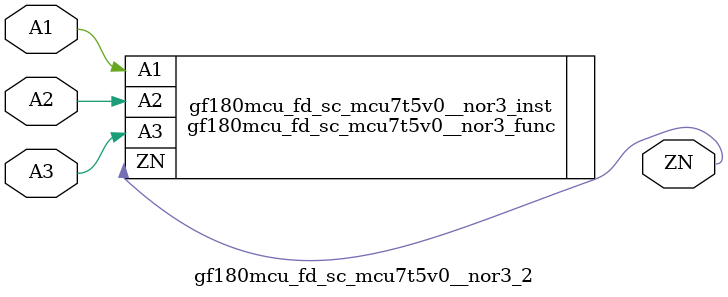
<source format=v>

`ifndef GF180MCU_FD_SC_MCU7T5V0__NOR3_2_V
`define GF180MCU_FD_SC_MCU7T5V0__NOR3_2_V

`include gf180mcu_fd_sc_mcu7t5v0__nor3.v

`ifdef USE_POWER_PINS
module gf180mcu_fd_sc_mcu7t5v0__nor3_2( ZN, A3, A2, A1, VDD, VSS );
inout VDD, VSS;
`else // If not USE_POWER_PINS
module gf180mcu_fd_sc_mcu7t5v0__nor3_2( ZN, A3, A2, A1 );
`endif // If not USE_POWER_PINS
input A1, A2, A3;
output ZN;

`ifdef USE_POWER_PINS
  gf180mcu_fd_sc_mcu7t5v0__nor3_func gf180mcu_fd_sc_mcu7t5v0__nor3_inst(.ZN(ZN),.A3(A3),.A2(A2),.A1(A1),.VDD(VDD),.VSS(VSS));
`else // If not USE_POWER_PINS
  gf180mcu_fd_sc_mcu7t5v0__nor3_func gf180mcu_fd_sc_mcu7t5v0__nor3_inst(.ZN(ZN),.A3(A3),.A2(A2),.A1(A1));
`endif // If not USE_POWER_PINS

`ifndef FUNCTIONAL
	// spec_gates_begin


	// spec_gates_end



   specify

	// specify_block_begin

	// comb arc A1 --> ZN
	 (A1 => ZN) = (1.0,1.0);

	// comb arc A2 --> ZN
	 (A2 => ZN) = (1.0,1.0);

	// comb arc A3 --> ZN
	 (A3 => ZN) = (1.0,1.0);

	// specify_block_end

   endspecify

   `endif

endmodule
`endif // GF180MCU_FD_SC_MCU7T5V0__NOR3_2_V

</source>
